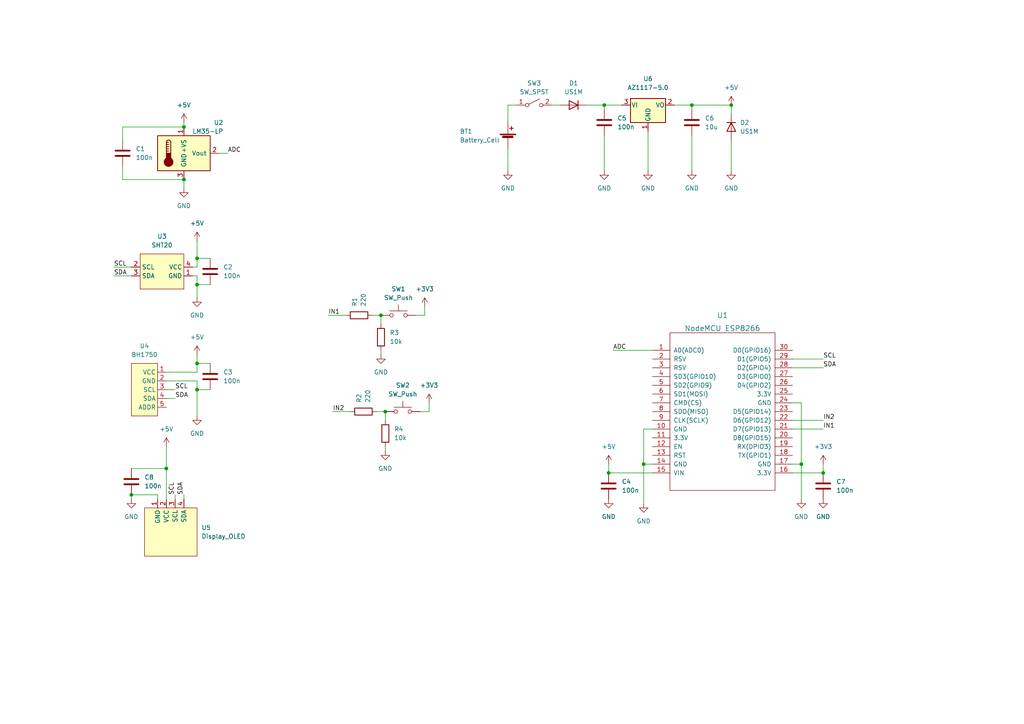
<source format=kicad_sch>
(kicad_sch (version 20211123) (generator eeschema)
  (paper "A4")
  (title_block (title "Sensor Integral para el cuidado de plantas") (date "2022-05-18") (company "Universidad Tecnológica Nacional - Facultad Regional Córdoba") (comment 1 "Manolucos, Enzo Nicolas - Legajo N° 74.868") (comment 2 "Grismeyer, Juan Pablo - Legajo N° 68.703") (comment 3 "Integrantes:") (comment 4 "Cátedra de Proyecto Final "))
  (lib_symbols
    (symbol "Device:Battery_Cell" (pin_numbers hide) (pin_names (offset 0) hide)
      (property "Reference" "BT" (at 2.54 2.54 0))
      (property "Value" "Battery_Cell" (at 2.54 0 0))
      (symbol "Battery_Cell_0_1"
        (rectangle (start -2.286 1.778) (end 2.286 1.524) (fill (type outline)))
        (rectangle (start -1.5748 1.1938) (end 1.4732 0.6858) (fill (type outline)))
        (polyline (pts (xy 0 0.762) (xy 0 0)))
        (polyline (pts (xy 0 1.778) (xy 0 2.54)))
        (polyline (pts (xy 0.508 3.429) (xy 1.524 3.429)) (stroke (width 0.254)))
        (polyline (pts (xy 1.016 3.937) (xy 1.016 2.921)) (stroke (width 0.254)))
      )
      (symbol "Battery_Cell_1_1"
        (pin passive line (at 0 5.08 270) (length 2.54) (name "+") (number "1"))
        (pin passive line (at 0 -2.54 90) (length 2.54) (name "-") (number "2"))
      )
    )
    (symbol "Device:C" (pin_numbers hide) (pin_names (offset 0.254))
      (property "Reference" "C" (at 0.635 2.54 0))
      (property "Value" "C" (at 0.635 -2.54 0))
      (symbol "C_0_1"
        (polyline (pts (xy -2.032 -0.762) (xy 2.032 -0.762)) (stroke (width 0.508)))
        (polyline (pts (xy -2.032 0.762) (xy 2.032 0.762)) (stroke (width 0.508)))
      )
      (symbol "C_1_1"
        (pin passive line (at 0 3.81 270) (length 2.794) (name "~") (number "1"))
        (pin passive line (at 0 -3.81 90) (length 2.794) (name "~") (number "2"))
      )
    )
    (symbol "Device:R" (pin_numbers hide) (pin_names (offset 0))
      (property "Reference" "R" (at 2.032 0 90))
      (property "Value" "R" (at 0 0 90))
      (symbol "R_0_1"
        (rectangle (start -1.016 -2.54) (end 1.016 2.54) (stroke (width 0.254)))
      )
      (symbol "R_1_1"
        (pin passive line (at 0 3.81 270) (length 1.27) (name "~") (number "1"))
        (pin passive line (at 0 -3.81 90) (length 1.27) (name "~") (number "2"))
      )
    )
    (symbol "Diode:US1M" (pin_numbers hide) (pin_names (offset 1.016) hide)
      (property "Reference" "D" (at 0 2.54 0))
      (property "Value" "US1M" (at 0 -2.54 0))
      (symbol "US1M_0_1"
        (polyline (pts (xy -1.27 1.27) (xy -1.27 -1.27)) (stroke (width 0.254)))
        (polyline (pts (xy 1.27 0) (xy -1.27 0)))
        (polyline (pts (xy 1.27 1.27) (xy 1.27 -1.27) (xy -1.27 0) (xy 1.27 1.27)) (stroke (width 0.254)))
      )
      (symbol "US1M_1_1"
        (pin passive line (at -3.81 0 0) (length 2.54) (name "K") (number "1"))
        (pin passive line (at 3.81 0 180) (length 2.54) (name "A") (number "2"))
      )
    )
    (symbol "Display_Graphic:Display_OLED"
      (property "Reference" "U" (at 0 0 0))
      (property "Value" "Display_OLED" (at 0 -24.13 0))
      (symbol "Display_OLED_0_1"
        (rectangle (start -7.62 -8.89) (end 7.62 -22.86) (fill (type background)))
      )
      (symbol "Display_OLED_1_1"
        (pin power_in line (at -3.81 -6.35 270) (length 2.54) (name "GND") (number "1"))
        (pin power_in line (at -1.27 -6.35 270) (length 2.54) (name "VCC") (number "2"))
        (pin bidirectional line (at 1.27 -6.35 270) (length 2.54) (name "SCL") (number "3"))
        (pin bidirectional line (at 3.81 -6.35 270) (length 2.54) (name "SDA") (number "4"))
      )
    )
    (symbol "ESP8266:NodeMCU1.0(ESP-12E)" (pin_names (offset 1.016))
      (property "Reference" "U" (at 0 21.59 0))
      (property "Value" "NodeMCU1.0(ESP-12E)" (at 0 -21.59 0))
      (symbol "NodeMCU1.0(ESP-12E)_0_1"
        (rectangle (start -15.24 -22.86) (end 15.24 22.86))
      )
      (symbol "NodeMCU1.0(ESP-12E)_1_1"
        (pin input line (at -20.32 17.78 0) (length 5.08) (name "A0(ADC0)") (number "1"))
        (pin input line (at -20.32 -5.08 0) (length 5.08) (name "GND") (number "10"))
        (pin input line (at -20.32 -7.62 0) (length 5.08) (name "3.3V") (number "11"))
        (pin input line (at -20.32 -10.16 0) (length 5.08) (name "EN") (number "12"))
        (pin input line (at -20.32 -12.7 0) (length 5.08) (name "RST") (number "13"))
        (pin input line (at -20.32 -15.24 0) (length 5.08) (name "GND") (number "14"))
        (pin input line (at -20.32 -17.78 0) (length 5.08) (name "VIN") (number "15"))
        (pin input line (at 20.32 -17.78 180) (length 5.08) (name "3.3V") (number "16"))
        (pin input line (at 20.32 -15.24 180) (length 5.08) (name "GND") (number "17"))
        (pin input line (at 20.32 -12.7 180) (length 5.08) (name "TX(GPIO1)") (number "18"))
        (pin input line (at 20.32 -10.16 180) (length 5.08) (name "RX(DPIO3)") (number "19"))
        (pin input line (at -20.32 15.24 0) (length 5.08) (name "RSV") (number "2"))
        (pin input line (at 20.32 -7.62 180) (length 5.08) (name "D8(GPIO15)") (number "20"))
        (pin input line (at 20.32 -5.08 180) (length 5.08) (name "D7(GPIO13)") (number "21"))
        (pin input line (at 20.32 -2.54 180) (length 5.08) (name "D6(GPIO12)") (number "22"))
        (pin input line (at 20.32 0 180) (length 5.08) (name "D5(GPIO14)") (number "23"))
        (pin input line (at 20.32 2.54 180) (length 5.08) (name "GND") (number "24"))
        (pin input line (at 20.32 5.08 180) (length 5.08) (name "3.3V") (number "25"))
        (pin input line (at 20.32 7.62 180) (length 5.08) (name "D4(GPIO2)") (number "26"))
        (pin input line (at 20.32 10.16 180) (length 5.08) (name "D3(GPIO0)") (number "27"))
        (pin input line (at 20.32 12.7 180) (length 5.08) (name "D2(GPIO4)") (number "28"))
        (pin input line (at 20.32 15.24 180) (length 5.08) (name "D1(GPIO5)") (number "29"))
        (pin input line (at -20.32 12.7 0) (length 5.08) (name "RSV") (number "3"))
        (pin input line (at 20.32 17.78 180) (length 5.08) (name "D0(GPIO16)") (number "30"))
        (pin input line (at -20.32 10.16 0) (length 5.08) (name "SD3(GPIO10)") (number "4"))
        (pin input line (at -20.32 7.62 0) (length 5.08) (name "SD2(GPIO9)") (number "5"))
        (pin input line (at -20.32 5.08 0) (length 5.08) (name "SD1(MOSI)") (number "6"))
        (pin input line (at -20.32 2.54 0) (length 5.08) (name "CMD(CS)") (number "7"))
        (pin input line (at -20.32 0 0) (length 5.08) (name "SDO(MISO)") (number "8"))
        (pin input line (at -20.32 -2.54 0) (length 5.08) (name "CLK(SCLK)") (number "9"))
      )
    )
    (symbol "Regulator_Linear:AZ1117-5.0" (pin_names (offset 0.254))
      (property "Reference" "U" (at -3.81 3.175 0))
      (property "Value" "AZ1117-5.0" (at 0 3.175 0))
      (symbol "AZ1117-5.0_0_1"
        (rectangle (start -5.08 1.905) (end 5.08 -5.08) (stroke (width 0.254)) (fill (type background)))
      )
      (symbol "AZ1117-5.0_1_1"
        (pin power_in line (at 0 -7.62 90) (length 2.54) (name "GND") (number "1"))
        (pin power_out line (at 7.62 0 180) (length 2.54) (name "VO") (number "2"))
        (pin power_in line (at -7.62 0 0) (length 2.54) (name "VI") (number "3"))
      )
    )
    (symbol "Sensor_Audio:SHT20"
      (property "Reference" "U" (at 0 0 0))
      (property "Value" "SHT20" (at 0 -2.54 0))
      (symbol "SHT20_0_1"
        (rectangle (start -6.35 -5.08) (end 6.35 -15.24) (fill (type background)))
      )
      (symbol "SHT20_1_1"
        (pin power_in line (at 8.89 -11.43 180) (length 2.54) (name "GND") (number "1"))
        (pin bidirectional line (at -8.89 -8.89 0) (length 2.54) (name "SCL") (number "2"))
        (pin bidirectional line (at -8.89 -11.43 0) (length 2.54) (name "SDA") (number "3"))
        (pin power_in line (at 8.89 -8.89 180) (length 2.54) (name "VCC") (number "4"))
      )
    )
    (symbol "Sensor_Optical:BH1750"
      (property "Reference" "U" (at 0 0 0))
      (property "Value" "BH1750" (at 0 -2.54 0))
      (symbol "BH1750_0_1"
        (rectangle (start -3.81 -3.81) (end 3.81 -19.05) (fill (type background)))
      )
      (symbol "BH1750_1_1"
        (pin power_in line (at 6.35 -6.35 180) (length 2.54) (name "VCC") (number "1"))
        (pin power_in line (at 6.35 -8.89 180) (length 2.54) (name "GND") (number "2"))
        (pin bidirectional line (at 6.35 -11.43 180) (length 2.54) (name "SCL") (number "3"))
        (pin bidirectional line (at 6.35 -13.97 180) (length 2.54) (name "SDA") (number "4"))
        (pin bidirectional line (at 6.35 -16.51 180) (length 2.54) (name "ADDR") (number "5"))
      )
    )
    (symbol "Sensor_Temperature:LM35-LP" (pin_names (offset 1.016))
      (property "Reference" "U" (at -6.35 6.35 0))
      (property "Value" "LM35-LP" (at 1.27 6.35 0))
      (symbol "LM35-LP_0_1"
        (rectangle (start -7.62 5.08) (end 7.62 -5.08) (stroke (width 0.254)) (fill (type background)))
        (circle (center -4.445 -2.54) (radius 1.27) (stroke (width 0.254)) (fill (type outline)))
        (rectangle (start -3.81 -1.905) (end -5.08 0) (stroke (width 0.254)) (fill (type outline)))
        (arc (start -3.81 3.175) (mid -4.445 3.81) (end -5.08 3.175) (stroke (width 0.254)))
        (polyline (pts (xy -5.08 0.635) (xy -4.445 0.635)) (stroke (width 0.254)))
        (polyline (pts (xy -5.08 1.27) (xy -4.445 1.27)) (stroke (width 0.254)))
        (polyline (pts (xy -5.08 1.905) (xy -4.445 1.905)) (stroke (width 0.254)))
        (polyline (pts (xy -5.08 2.54) (xy -4.445 2.54)) (stroke (width 0.254)))
        (polyline (pts (xy -5.08 3.175) (xy -5.08 0)) (stroke (width 0.254)))
        (polyline (pts (xy -5.08 3.175) (xy -4.445 3.175)) (stroke (width 0.254)))
        (polyline (pts (xy -3.81 3.175) (xy -3.81 0)) (stroke (width 0.254)))
      )
      (symbol "LM35-LP_1_1"
        (pin power_in line (at 0 7.62 270) (length 2.54) (name "+VS") (number "1"))
        (pin output line (at 10.16 0 180) (length 2.54) (name "Vout") (number "2"))
        (pin power_in line (at 0 -7.62 90) (length 2.54) (name "GND") (number "3"))
      )
    )
    (symbol "Switch:SW_Push" (pin_numbers hide) (pin_names (offset 1.016) hide)
      (property "Reference" "SW" (at 1.27 2.54 0))
      (property "Value" "SW_Push" (at 0 -1.524 0))
      (symbol "SW_Push_0_1"
        (circle (center -2.032 0) (radius 0.508))
        (polyline (pts (xy 0 1.27) (xy 0 3.048)))
        (polyline (pts (xy 2.54 1.27) (xy -2.54 1.27)))
        (circle (center 2.032 0) (radius 0.508))
        (pin passive line (at -5.08 0 0) (length 2.54) (name "1") (number "1"))
        (pin passive line (at 5.08 0 180) (length 2.54) (name "2") (number "2"))
      )
    )
    (symbol "Switch:SW_SPST" (pin_names (offset 0) hide)
      (property "Reference" "SW" (at 0 3.175 0))
      (property "Value" "SW_SPST" (at 0 -2.54 0))
      (symbol "SW_SPST_0_0"
        (circle (center -2.032 0) (radius 0.508))
        (polyline (pts (xy -1.524 0.254) (xy 1.524 1.778)))
        (circle (center 2.032 0) (radius 0.508))
      )
      (symbol "SW_SPST_1_1"
        (pin passive line (at -5.08 0 0) (length 2.54) (name "A") (number "1"))
        (pin passive line (at 5.08 0 180) (length 2.54) (name "B") (number "2"))
      )
    )
    (symbol "power:+3.3V" (power) (pin_names (offset 0))
      (property "Value" "+3.3V" (at 0 3.556 0))
      (symbol "+3.3V_0_1"
        (polyline (pts (xy -0.762 1.27) (xy 0 2.54)))
        (polyline (pts (xy 0 0) (xy 0 2.54)))
        (polyline (pts (xy 0 2.54) (xy 0.762 1.27)))
      )
      (symbol "+3.3V_1_1"
        (pin power_in line (at 0 0 90) (length 0) hide (name "+3V3") (number "1"))
      )
    )
    (symbol "power:+5V" (power) (pin_names (offset 0))
      (property "Value" "+5V" (at 0 3.556 0))
      (symbol "+5V_0_1"
        (polyline (pts (xy -0.762 1.27) (xy 0 2.54)))
        (polyline (pts (xy 0 0) (xy 0 2.54)))
        (polyline (pts (xy 0 2.54) (xy 0.762 1.27)))
      )
      (symbol "+5V_1_1"
        (pin power_in line (at 0 0 90) (length 0) hide (name "+5V") (number "1"))
      )
    )
    (symbol "power:GND" (power) (pin_names (offset 0))
      (property "Value" "GND" (at 0 -3.81 0))
      (symbol "GND_0_1"
        (polyline (pts (xy 0 0) (xy 0 -1.27) (xy 1.27 -1.27) (xy 0 -2.54) (xy -1.27 -1.27) (xy 0 -1.27)))
      )
      (symbol "GND_1_1"
        (pin power_in line (at 0 0 270) (length 0) hide (name "GND") (number "1"))
      )
    )
  )
  (junction (at 57.15 113.03))
  (junction (at 111.76 119.38))
  (junction (at 212.09 30.48))
  (junction (at 200.66 30.48))
  (junction (at 48.26 135.89))
  (junction (at 176.53 137.16))
  (junction (at 38.1 143.51))
  (junction (at 57.15 74.93))
  (junction (at 238.76 137.16))
  (junction (at 110.49 91.44))
  (junction (at 53.34 36.83))
  (junction (at 53.34 52.07))
  (junction (at 57.15 82.55))
  (junction (at 232.41 134.62))
  (junction (at 175.26 30.48))
  (junction (at 57.15 105.41))
  (junction (at 186.69 134.62))
  (wire (pts (xy 187.96 38.1) (xy 187.96 49.53)))
  (wire (pts (xy 111.76 119.38) (xy 111.76 121.92)))
  (wire (pts (xy 53.34 143.51) (xy 53.34 144.78)))
  (wire (pts (xy 107.95 91.44) (xy 110.49 91.44)))
  (wire (pts (xy 147.32 43.18) (xy 147.32 49.53)))
  (wire (pts (xy 229.87 116.84) (xy 232.41 116.84)))
  (wire (pts (xy 57.15 110.49) (xy 57.15 113.03)))
  (wire (pts (xy 176.53 137.16) (xy 189.23 137.16)))
  (wire (pts (xy 229.87 106.68) (xy 238.76 106.68)))
  (wire (pts (xy 53.34 35.56) (xy 53.34 36.83)))
  (wire (pts (xy 63.5 44.45) (xy 66.04 44.45)))
  (wire (pts (xy 48.26 135.89) (xy 48.26 144.78)))
  (wire (pts (xy 57.15 105.41) (xy 60.96 105.41)))
  (wire (pts (xy 186.69 124.46) (xy 186.69 134.62)))
  (wire (pts (xy 189.23 134.62) (xy 186.69 134.62)))
  (wire (pts (xy 50.8 143.51) (xy 50.8 144.78)))
  (wire (pts (xy 123.19 91.44) (xy 123.19 88.9)))
  (wire (pts (xy 57.15 107.95) (xy 57.15 105.41)))
  (wire (pts (xy 35.56 52.07) (xy 53.34 52.07)))
  (wire (pts (xy 48.26 113.03) (xy 50.8 113.03)))
  (wire (pts (xy 232.41 134.62) (xy 229.87 134.62)))
  (wire (pts (xy 38.1 143.51) (xy 38.1 144.78)))
  (wire (pts (xy 45.72 143.51) (xy 38.1 143.51)))
  (wire (pts (xy 38.1 135.89) (xy 48.26 135.89)))
  (wire (pts (xy 229.87 121.92) (xy 238.76 121.92)))
  (wire (pts (xy 96.52 119.38) (xy 101.6 119.38)))
  (wire (pts (xy 48.26 110.49) (xy 57.15 110.49)))
  (wire (pts (xy 147.32 35.56) (xy 147.32 30.48)))
  (wire (pts (xy 35.56 48.26) (xy 35.56 52.07)))
  (wire (pts (xy 55.88 77.47) (xy 57.15 77.47)))
  (wire (pts (xy 57.15 113.03) (xy 60.96 113.03)))
  (wire (pts (xy 48.26 107.95) (xy 57.15 107.95)))
  (wire (pts (xy 186.69 134.62) (xy 186.69 146.05)))
  (wire (pts (xy 48.26 129.54) (xy 48.26 135.89)))
  (wire (pts (xy 212.09 33.02) (xy 212.09 30.48)))
  (wire (pts (xy 95.25 91.44) (xy 100.33 91.44)))
  (wire (pts (xy 232.41 116.84) (xy 232.41 134.62)))
  (wire (pts (xy 232.41 144.78) (xy 232.41 134.62)))
  (wire (pts (xy 53.34 54.61) (xy 53.34 52.07)))
  (wire (pts (xy 200.66 30.48) (xy 212.09 30.48)))
  (wire (pts (xy 176.53 134.62) (xy 176.53 137.16)))
  (wire (pts (xy 48.26 115.57) (xy 50.8 115.57)))
  (wire (pts (xy 111.76 129.54) (xy 111.76 130.81)))
  (wire (pts (xy 160.02 30.48) (xy 162.56 30.48)))
  (wire (pts (xy 57.15 105.41) (xy 57.15 102.87)))
  (wire (pts (xy 35.56 36.83) (xy 53.34 36.83)))
  (wire (pts (xy 57.15 74.93) (xy 60.96 74.93)))
  (wire (pts (xy 57.15 113.03) (xy 57.15 120.65)))
  (wire (pts (xy 229.87 124.46) (xy 238.76 124.46)))
  (wire (pts (xy 175.26 39.37) (xy 175.26 49.53)))
  (wire (pts (xy 200.66 31.75) (xy 200.66 30.48)))
  (wire (pts (xy 189.23 124.46) (xy 186.69 124.46)))
  (wire (pts (xy 45.72 144.78) (xy 45.72 143.51)))
  (wire (pts (xy 33.02 77.47) (xy 38.1 77.47)))
  (wire (pts (xy 147.32 30.48) (xy 149.86 30.48)))
  (wire (pts (xy 180.34 30.48) (xy 175.26 30.48)))
  (wire (pts (xy 35.56 40.64) (xy 35.56 36.83)))
  (wire (pts (xy 212.09 40.64) (xy 212.09 49.53)))
  (wire (pts (xy 55.88 80.01) (xy 57.15 80.01)))
  (wire (pts (xy 109.22 119.38) (xy 111.76 119.38)))
  (wire (pts (xy 110.49 91.44) (xy 110.49 93.98)))
  (wire (pts (xy 200.66 30.48) (xy 195.58 30.48)))
  (wire (pts (xy 229.87 137.16) (xy 238.76 137.16)))
  (wire (pts (xy 57.15 74.93) (xy 57.15 69.85)))
  (wire (pts (xy 200.66 39.37) (xy 200.66 49.53)))
  (wire (pts (xy 170.18 30.48) (xy 175.26 30.48)))
  (wire (pts (xy 124.46 119.38) (xy 124.46 116.84)))
  (wire (pts (xy 121.92 119.38) (xy 124.46 119.38)))
  (wire (pts (xy 177.8 101.6) (xy 189.23 101.6)))
  (wire (pts (xy 120.65 91.44) (xy 123.19 91.44)))
  (wire (pts (xy 57.15 80.01) (xy 57.15 82.55)))
  (wire (pts (xy 57.15 82.55) (xy 57.15 86.36)))
  (wire (pts (xy 175.26 30.48) (xy 175.26 31.75)))
  (wire (pts (xy 238.76 137.16) (xy 238.76 134.62)))
  (wire (pts (xy 57.15 77.47) (xy 57.15 74.93)))
  (wire (pts (xy 229.87 104.14) (xy 238.76 104.14)))
  (wire (pts (xy 57.15 82.55) (xy 60.96 82.55)))
  (wire (pts (xy 33.02 80.01) (xy 38.1 80.01)))
  (wire (pts (xy 110.49 101.6) (xy 110.49 102.87)))
  (label "ADC" (at 177.8 101.6 0))
  (label "SCL" (at 50.8 143.51 90))
  (label "SCL" (at 50.8 113.03 0))
  (label "SDA" (at 50.8 115.57 0))
  (label "IN2" (at 96.52 119.38 0))
  (label "IN1" (at 95.25 91.44 0))
  (label "IN2" (at 238.76 121.92 0))
  (label "IN1" (at 238.76 124.46 0))
  (label "SDA" (at 33.02 80.01 0))
  (label "SDA" (at 53.34 143.51 90))
  (label "SCL" (at 238.76 104.14 0))
  (label "SCL" (at 33.02 77.47 0))
  (label "SDA" (at 238.76 106.68 0))
  (label "ADC" (at 66.04 44.45 0))
  (symbol (lib_id "power:GND") (at 57.15 120.65 0) (unit 1)
    (property "Reference" "#PWR0125" (effects hide))
    (property "Value" "GND" (at 57.15 125.73 0))
  )
  (symbol (lib_id "Switch:SW_SPST") (at 154.94 30.48 0) (unit 1)
    (property "Reference" "SW3" (at 154.94 24.13 0))
    (property "Value" "SW_SPST" (at 154.94 26.67 0))
    (property "Footprint" "Button_Switch_THT:SW_E-Switch_EG2219_DPDT_Angled" (effects hide))
  )
  (symbol (lib_id "Display_Graphic:Display_OLED") (at 49.53 138.43 0) (unit 1)
    (property "Reference" "U5" (at 58.42 153.0349 0) (effects (justify left)))
    (property "Value" "Display_OLED" (at 58.42 155.5749 0) (effects (justify left)))
    (property "Footprint" "Connector_PinSocket_2.54mm:PinSocket_1x04_P2.54mm_Vertical" (effects hide))
  )
  (symbol (lib_id "Diode:US1M") (at 166.37 30.48 180) (unit 1)
    (property "Reference" "D1" (at 166.37 24.13 0))
    (property "Value" "US1M" (at 166.37 26.67 0))
    (property "Footprint" "Diode_SMD:D_SMA" (effects hide))
    (property "Datasheet" "https://www.diodes.com/assets/Datasheets/ds16008.pdf" (effects hide))
  )
  (symbol (lib_id "Sensor_Optical:BH1750") (at 41.91 101.6 0) (unit 1)
    (property "Reference" "U4" (at 41.91 100.33 0))
    (property "Value" "BH1750" (at 41.91 102.87 0))
    (property "Footprint" "Connector_PinSocket_2.54mm:PinSocket_1x05_P2.54mm_Vertical" (effects hide))
  )
  (symbol (lib_id "power:GND") (at 232.41 144.78 0) (unit 1)
    (property "Reference" "#PWR0112" (effects hide))
    (property "Value" "GND" (at 232.41 149.86 0))
  )
  (symbol (lib_id "Device:C") (at 60.96 78.74 0) (unit 1)
    (property "Reference" "C2" (at 64.77 77.4699 0) (effects (justify left)))
    (property "Value" "100n" (at 64.77 80.0099 0) (effects (justify left)))
    (property "Footprint" "Capacitor_SMD:C_1206_3216Metric_Pad1.33x1.80mm_HandSolder" (effects hide))
  )
  (symbol (lib_id "power:+3.3V") (at 123.19 88.9 0) (unit 1)
    (property "Reference" "#PWR0122" (effects hide))
    (property "Value" "+3.3V" (at 123.19 83.82 0))
  )
  (symbol (lib_id "Device:C") (at 176.53 140.97 0) (unit 1)
    (property "Reference" "C4" (at 180.34 139.6999 0) (effects (justify left)))
    (property "Value" "100n" (at 180.34 142.2399 0) (effects (justify left)))
    (property "Footprint" "Capacitor_SMD:C_1206_3216Metric_Pad1.33x1.80mm_HandSolder" (effects hide))
  )
  (symbol (lib_id "power:GND") (at 53.34 54.61 0) (unit 1)
    (property "Reference" "#PWR0115" (effects hide))
    (property "Value" "GND" (at 53.34 59.69 0))
  )
  (symbol (lib_id "power:+5V") (at 57.15 69.85 0) (unit 1)
    (property "Reference" "#PWR0116" (effects hide))
    (property "Value" "+5V" (at 57.15 64.77 0))
  )
  (symbol (lib_id "power:GND") (at 175.26 49.53 0) (unit 1)
    (property "Reference" "#PWR0102" (effects hide))
    (property "Value" "GND" (at 175.26 54.61 0))
  )
  (symbol (lib_id "Device:R") (at 105.41 119.38 90) (unit 1)
    (property "Reference" "R2" (at 104.1399 116.84 0) (effects (justify left)))
    (property "Value" "220" (at 106.6799 116.84 0) (effects (justify left)))
    (property "Footprint" "Resistor_SMD:R_1206_3216Metric_Pad1.30x1.75mm_HandSolder" (effects hide))
  )
  (symbol (lib_id "power:+5V") (at 212.09 30.48 0) (unit 1)
    (property "Reference" "#PWR0105" (effects hide))
    (property "Value" "+5V" (at 212.09 25.4 0))
  )
  (symbol (lib_id "power:GND") (at 186.69 146.05 0) (unit 1)
    (property "Reference" "#PWR0110" (effects hide))
    (property "Value" "GND" (at 186.69 151.13 0))
  )
  (symbol (lib_id "power:GND") (at 187.96 49.53 0) (unit 1)
    (property "Reference" "#PWR0103" (effects hide))
    (property "Value" "GND" (at 187.96 54.61 0))
  )
  (symbol (lib_id "power:GND") (at 110.49 102.87 0) (unit 1)
    (property "Reference" "#PWR0120" (effects hide))
    (property "Value" "GND" (at 110.49 107.95 0))
  )
  (symbol (lib_id "Device:C") (at 60.96 109.22 0) (unit 1)
    (property "Reference" "C3" (at 64.77 107.9499 0) (effects (justify left)))
    (property "Value" "100n" (at 64.77 110.4899 0) (effects (justify left)))
    (property "Footprint" "Capacitor_SMD:C_1206_3216Metric_Pad1.33x1.80mm_HandSolder" (effects hide))
  )
  (symbol (lib_id "Device:C") (at 175.26 35.56 0) (unit 1)
    (property "Reference" "C5" (at 179.07 34.2899 0) (effects (justify left)))
    (property "Value" "100n" (at 179.07 36.8299 0) (effects (justify left)))
    (property "Footprint" "Capacitor_SMD:C_1206_3216Metric_Pad1.33x1.80mm_HandSolder" (effects hide))
  )
  (symbol (lib_id "Device:C") (at 38.1 139.7 0) (unit 1)
    (property "Reference" "C8" (at 41.91 138.4299 0) (effects (justify left)))
    (property "Value" "100n" (at 41.91 140.9699 0) (effects (justify left)))
    (property "Footprint" "Capacitor_SMD:C_1206_3216Metric_Pad1.33x1.80mm_HandSolder" (effects hide))
  )
  (symbol (lib_id "power:GND") (at 38.1 144.78 0) (unit 1)
    (property "Reference" "#PWR0123" (effects hide))
    (property "Value" "GND" (at 38.1 149.86 0))
  )
  (symbol (lib_id "power:GND") (at 238.76 144.78 0) (unit 1)
    (property "Reference" "#PWR0111" (effects hide))
    (property "Value" "GND" (at 238.76 149.86 0))
  )
  (symbol (lib_id "Device:C") (at 238.76 140.97 0) (unit 1)
    (property "Reference" "C7" (at 242.57 139.6999 0) (effects (justify left)))
    (property "Value" "100n" (at 242.57 142.2399 0) (effects (justify left)))
    (property "Footprint" "Capacitor_SMD:C_1206_3216Metric_Pad1.33x1.80mm_HandSolder" (effects hide))
  )
  (symbol (lib_id "ESP8266:NodeMCU1.0(ESP-12E)") (at 209.55 119.38 0) (unit 1)
    (property "Reference" "U1" (at 209.55 91.44 0) (effects (font (size 1.524 1.524))))
    (property "Value" "NodeMCU ESP8266" (at 209.55 95.25 0) (effects (font (size 1.524 1.524))))
    (property "Footprint" "ESP8266:ESP12F-Devkit-V3" (effects hide))
  )
  (symbol (lib_id "power:+3.3V") (at 238.76 134.62 0) (unit 1)
    (property "Reference" "#PWR0108" (effects hide))
    (property "Value" "+3.3V" (at 238.76 129.54 0))
  )
  (symbol (lib_id "Device:R") (at 111.76 125.73 0) (unit 1)
    (property "Reference" "R4" (at 114.3 124.4599 0) (effects (justify left)))
    (property "Value" "10k" (at 114.3 126.9999 0) (effects (justify left)))
    (property "Footprint" "Resistor_SMD:R_1206_3216Metric_Pad1.30x1.75mm_HandSolder" (effects hide))
  )
  (symbol (lib_id "Device:R") (at 104.14 91.44 90) (unit 1)
    (property "Reference" "R1" (at 102.8699 88.9 0) (effects (justify left)))
    (property "Value" "220" (at 105.4099 88.9 0) (effects (justify left)))
    (property "Footprint" "Resistor_SMD:R_1206_3216Metric_Pad1.30x1.75mm_HandSolder" (effects hide))
  )
  (symbol (lib_id "Sensor_Temperature:LM35-LP") (at 53.34 44.45 0) (unit 1)
    (property "Reference" "U2" (at 64.77 35.56 0) (effects (justify right)))
    (property "Value" "LM35-LP" (at 64.77 38.1 0) (effects (justify right)))
    (property "Footprint" "Package_TO_SOT_THT:TO-92_Inline_Wide" (effects hide))
    (property "Datasheet" "http://www.ti.com/lit/ds/symlink/lm35.pdf" (effects hide))
  )
  (symbol (lib_id "power:+5V") (at 57.15 102.87 0) (unit 1)
    (property "Reference" "#PWR0118" (effects hide))
    (property "Value" "+5V" (at 57.15 97.79 0))
  )
  (symbol (lib_id "power:+5V") (at 48.26 129.54 0) (unit 1)
    (property "Reference" "#PWR0124" (effects hide))
    (property "Value" "+5V" (at 48.26 124.46 0))
  )
  (symbol (lib_id "Device:C") (at 200.66 35.56 0) (unit 1)
    (property "Reference" "C6" (at 204.47 34.2899 0) (effects (justify left)))
    (property "Value" "10u" (at 204.47 36.8299 0) (effects (justify left)))
    (property "Footprint" "Capacitor_THT:CP_Radial_D5.0mm_P2.50mm" (effects hide))
  )
  (symbol (lib_id "Regulator_Linear:AZ1117-5.0") (at 187.96 30.48 0) (unit 1)
    (property "Reference" "U6" (at 187.96 22.86 0))
    (property "Value" "AZ1117-5.0" (at 187.96 25.4 0))
    (property "Footprint" "Package_TO_SOT_SMD:SOT-223" (effects hide))
    (property "Datasheet" "https://www.diodes.com/assets/Datasheets/AZ1117.pdf" (effects hide))
  )
  (symbol (lib_id "Switch:SW_Push") (at 116.84 119.38 0) (unit 1)
    (property "Reference" "SW2" (at 116.84 111.76 0))
    (property "Value" "SW_Push" (at 116.84 114.3 0))
    (property "Footprint" "Button_Switch_THT:SW_PUSH_6mm_H5mm" (effects hide))
  )
  (symbol (lib_id "Diode:US1M") (at 212.09 36.83 270) (unit 1)
    (property "Reference" "D2" (at 214.63 35.5599 90) (effects (justify left)))
    (property "Value" "US1M" (at 214.63 38.0999 90) (effects (justify left)))
    (property "Footprint" "Diode_SMD:D_SMA" (effects hide))
    (property "Datasheet" "https://www.diodes.com/assets/Datasheets/ds16008.pdf" (effects hide))
  )
  (symbol (lib_id "Sensor_Audio:SHT20") (at 46.99 68.58 0) (unit 1)
    (property "Reference" "U3" (at 46.99 68.58 0))
    (property "Value" "SHT20" (at 46.99 71.12 0))
    (property "Footprint" "Connector_PinSocket_2.54mm:PinSocket_1x04_P2.54mm_Vertical" (effects hide))
  )
  (symbol (lib_id "power:GND") (at 147.32 49.53 0) (unit 1)
    (property "Reference" "#PWR0104" (effects hide))
    (property "Value" "GND" (at 147.32 54.61 0))
  )
  (symbol (lib_id "Device:R") (at 110.49 97.79 0) (unit 1)
    (property "Reference" "R3" (at 113.03 96.5199 0) (effects (justify left)))
    (property "Value" "10k" (at 113.03 99.0599 0) (effects (justify left)))
    (property "Footprint" "Resistor_SMD:R_1206_3216Metric_Pad1.30x1.75mm_HandSolder" (effects hide))
  )
  (symbol (lib_id "power:GND") (at 212.09 49.53 0) (unit 1)
    (property "Reference" "#PWR0107" (effects hide))
    (property "Value" "GND" (at 212.09 54.61 0))
  )
  (symbol (lib_id "power:+5V") (at 176.53 134.62 0) (unit 1)
    (property "Reference" "#PWR0113" (effects hide))
    (property "Value" "+5V" (at 176.53 129.54 0))
  )
  (symbol (lib_id "Device:Battery_Cell") (at 147.32 40.64 0) (unit 1)
    (property "Reference" "BT1" (at 133.35 38.1 0) (effects (justify left)))
    (property "Value" "Battery_Cell" (at 133.35 40.64 0) (effects (justify left)))
    (property "Footprint" "Connector_Molex:Molex_KK-254_AE-6410-02A_1x02_P2.54mm_Vertical" (effects hide))
  )
  (symbol (lib_id "power:GND") (at 57.15 86.36 0) (unit 1)
    (property "Reference" "#PWR0117" (effects hide))
    (property "Value" "GND" (at 57.15 91.44 0))
  )
  (symbol (lib_id "power:+3.3V") (at 124.46 116.84 0) (unit 1)
    (property "Reference" "#PWR0121" (effects hide))
    (property "Value" "+3.3V" (at 124.46 111.76 0))
  )
  (symbol (lib_id "power:GND") (at 200.66 49.53 0) (unit 1)
    (property "Reference" "#PWR0101" (effects hide))
    (property "Value" "GND" (at 200.66 54.61 0))
  )
  (symbol (lib_id "Device:C") (at 35.56 44.45 0) (unit 1)
    (property "Reference" "C1" (at 39.37 43.1799 0) (effects (justify left)))
    (property "Value" "100n" (at 39.37 45.7199 0) (effects (justify left)))
    (property "Footprint" "Capacitor_SMD:C_1206_3216Metric_Pad1.33x1.80mm_HandSolder" (effects hide))
  )
  (symbol (lib_id "power:GND") (at 176.53 144.78 0) (unit 1)
    (property "Reference" "#PWR0109" (effects hide))
    (property "Value" "GND" (at 176.53 149.86 0))
  )
  (symbol (lib_id "power:+5V") (at 53.34 35.56 0) (unit 1)
    (property "Reference" "#PWR0114" (effects hide))
    (property "Value" "+5V" (at 53.34 30.48 0))
  )
  (symbol (lib_id "Switch:SW_Push") (at 115.57 91.44 0) (unit 1)
    (property "Reference" "SW1" (at 115.57 83.82 0))
    (property "Value" "SW_Push" (at 115.57 86.36 0))
    (property "Footprint" "Button_Switch_THT:SW_PUSH_6mm_H5mm" (effects hide))
  )
  (symbol (lib_id "power:GND") (at 111.76 130.81 0) (unit 1)
    (property "Reference" "#PWR0119" (effects hide))
    (property "Value" "GND" (at 111.76 135.89 0))
  )
)
</source>
